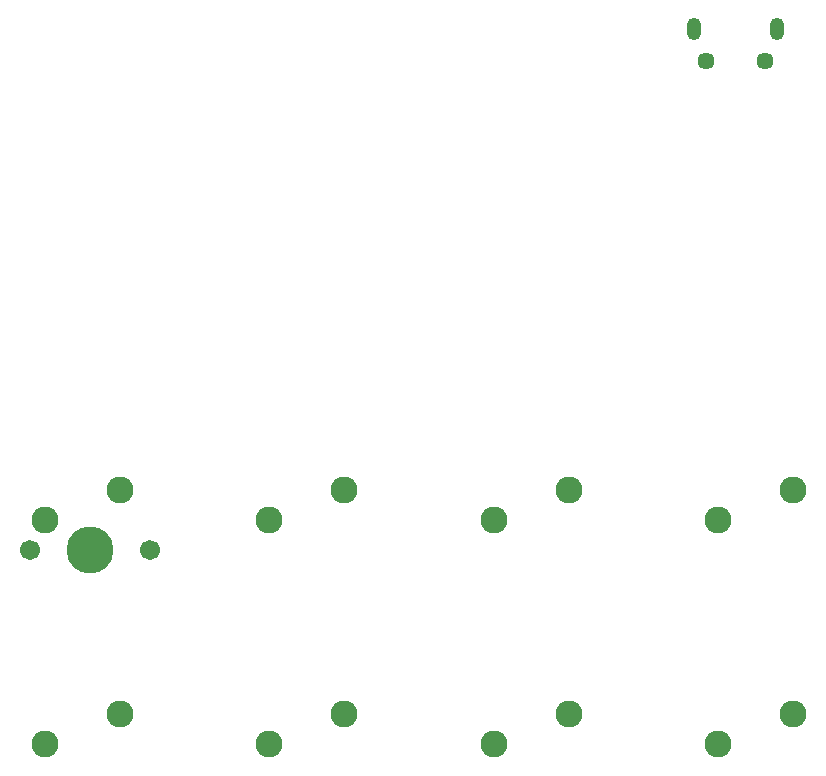
<source format=gbr>
G04 #@! TF.FileFunction,Soldermask,Bot*
%FSLAX46Y46*%
G04 Gerber Fmt 4.6, Leading zero omitted, Abs format (unit mm)*
G04 Created by KiCad (PCBNEW 4.0.7) date 07/26/18 07:44:54*
%MOMM*%
%LPD*%
G01*
G04 APERTURE LIST*
%ADD10C,0.100000*%
%ADD11C,1.450000*%
%ADD12O,1.200000X1.900000*%
%ADD13C,2.286000*%
%ADD14C,3.987800*%
%ADD15C,1.701800*%
G04 APERTURE END LIST*
D10*
D11*
X228820000Y-106900000D03*
X223820000Y-106900000D03*
D12*
X229820000Y-104200000D03*
X222820000Y-104200000D03*
D13*
X174160000Y-143170000D03*
X167810000Y-145710000D03*
D14*
X171620000Y-148250000D03*
D15*
X166540000Y-148250000D03*
X176700000Y-148250000D03*
D13*
X193160000Y-143170000D03*
X186810000Y-145710000D03*
X212160000Y-143170000D03*
X205810000Y-145710000D03*
X174160000Y-162170000D03*
X167810000Y-164710000D03*
X212160000Y-162170000D03*
X205810000Y-164710000D03*
X231160000Y-143170000D03*
X224810000Y-145710000D03*
X193160000Y-162170000D03*
X186810000Y-164710000D03*
X231160000Y-162170000D03*
X224810000Y-164710000D03*
M02*

</source>
